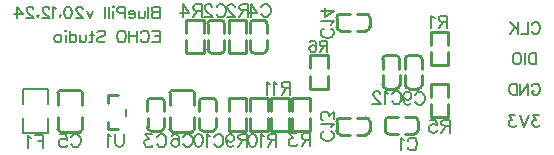
<source format=gbo>
G04 Layer: BottomSilkLayer*
G04 EasyEDA v6.4.7, 2020-12-25T10:38:26+08:00*
G04 e43d5a52300b4474860904ef7121ae38,6a067dcc3d704d6e9d47775c98f5c0bd,10*
G04 Gerber Generator version 0.2*
G04 Scale: 100 percent, Rotated: No, Reflected: No *
G04 Dimensions in inches *
G04 leading zeros omitted , absolute positions ,2 integer and 4 decimal *
%FSLAX24Y24*%
%MOIN*%
G90*
D02*

%ADD10C,0.010000*%
%ADD32C,0.008000*%
%ADD33C,0.007874*%
%ADD35C,0.006000*%
%ADD36C,0.007870*%

%LPD*%
G54D10*
G01X13011Y4370D02*
G01X13011Y3936D01*
G01X13602Y4370D02*
G01X13602Y3936D01*
G01X13013Y4606D02*
G01X13013Y5039D01*
G01X13604Y4606D02*
G01X13604Y5039D01*
G01X13602Y5039D02*
G01X13011Y5039D01*
G01X13602Y3937D02*
G01X13011Y3937D01*
G01X15433Y4374D02*
G01X15433Y4059D01*
G01X15870Y3937D02*
G01X15555Y3937D01*
G01X15992Y4374D02*
G01X15992Y4059D01*
G01X15431Y4601D02*
G01X15431Y4916D01*
G01X15990Y4601D02*
G01X15990Y4916D01*
G01X15868Y5038D02*
G01X15553Y5038D01*
G54D36*
G01X4265Y3416D02*
G01X4265Y3935D01*
G01X3450Y3935D01*
G01X3450Y3416D01*
G01X4265Y2970D02*
G01X4265Y2450D01*
G01X3450Y2450D01*
G01X3450Y2970D01*
G54D10*
G01X9881Y3184D02*
G01X9881Y3499D01*
G01X9444Y3621D02*
G01X9759Y3621D01*
G01X9322Y3184D02*
G01X9322Y3499D01*
G01X9883Y2957D02*
G01X9883Y2642D01*
G01X9324Y2957D02*
G01X9324Y2642D01*
G01X9446Y2520D02*
G01X9761Y2520D01*
G01X6600Y3724D02*
G01X6279Y3724D01*
G01X6279Y3464D01*
G01X6279Y2834D02*
G01X6279Y2574D01*
G01X6279Y2834D01*
G01X6279Y2574D01*
G01X6600Y2574D01*
G54D33*
G01X6889Y3267D02*
G01X6889Y3031D01*
G54D10*
G01X4692Y2499D02*
G01X5322Y2499D01*
G01X4692Y3877D02*
G01X5322Y3877D01*
G01X5417Y2992D02*
G01X5417Y2578D01*
G01X4598Y2992D02*
G01X4598Y2578D01*
G01X5417Y3385D02*
G01X5417Y3799D01*
G01X4598Y3385D02*
G01X4598Y3799D01*
G01X4685Y3877D02*
G01X4692Y3877D01*
G01X4677Y3877D02*
G01X4692Y3877D01*
G01X5338Y3877D02*
G01X5322Y3877D01*
G01X4677Y2499D02*
G01X4692Y2499D01*
G01X5338Y2499D02*
G01X5322Y2499D01*
G01X8425Y2499D02*
G01X9055Y2499D01*
G01X8425Y3877D02*
G01X9055Y3877D01*
G01X9149Y2992D02*
G01X9149Y2578D01*
G01X8330Y2992D02*
G01X8330Y2578D01*
G01X9149Y3385D02*
G01X9149Y3799D01*
G01X8330Y3385D02*
G01X8330Y3799D01*
G01X8417Y3877D02*
G01X8425Y3877D01*
G01X8409Y3877D02*
G01X8425Y3877D01*
G01X9070Y3877D02*
G01X9055Y3877D01*
G01X8409Y2499D02*
G01X8425Y2499D01*
G01X9070Y2499D02*
G01X9055Y2499D01*
G01X17618Y5393D02*
G01X17618Y5827D01*
G01X17027Y5393D02*
G01X17027Y5827D01*
G01X17616Y5157D02*
G01X17616Y4724D01*
G01X17025Y5157D02*
G01X17025Y4724D01*
G01X17027Y4724D02*
G01X17618Y4724D01*
G01X17027Y5826D02*
G01X17618Y5826D01*
G01X17027Y3425D02*
G01X17027Y2991D01*
G01X17618Y3425D02*
G01X17618Y2991D01*
G01X17029Y3661D02*
G01X17029Y4094D01*
G01X17620Y3661D02*
G01X17620Y4094D01*
G01X17618Y4094D02*
G01X17027Y4094D01*
G01X17618Y2992D02*
G01X17027Y2992D01*
G01X10885Y5787D02*
G01X10885Y6220D01*
G01X10295Y5787D02*
G01X10295Y6220D01*
G01X10883Y5550D02*
G01X10883Y5117D01*
G01X10293Y5550D02*
G01X10293Y5117D01*
G01X10295Y5117D02*
G01X10885Y5117D01*
G01X10295Y6220D02*
G01X10885Y6220D01*
G01X13011Y3188D02*
G01X13011Y3622D01*
G01X12421Y3188D02*
G01X12421Y3622D01*
G01X13009Y2952D02*
G01X13009Y2519D01*
G01X12419Y2952D02*
G01X12419Y2519D01*
G01X12421Y2519D02*
G01X13011Y2519D01*
G01X12421Y3622D02*
G01X13011Y3622D01*
G01X8877Y5551D02*
G01X8877Y5117D01*
G01X9468Y5551D02*
G01X9468Y5117D01*
G01X8879Y5787D02*
G01X8879Y6220D01*
G01X9470Y5787D02*
G01X9470Y6220D01*
G01X9468Y6220D02*
G01X8877Y6220D01*
G01X9468Y5118D02*
G01X8877Y5118D01*
G01X11594Y3188D02*
G01X11594Y3622D01*
G01X11003Y3188D02*
G01X11003Y3622D01*
G01X11592Y2952D02*
G01X11592Y2519D01*
G01X11001Y2952D02*
G01X11001Y2519D01*
G01X11003Y2519D02*
G01X11594Y2519D01*
G01X11003Y3622D02*
G01X11594Y3622D01*
G01X10885Y3188D02*
G01X10885Y3622D01*
G01X10295Y3188D02*
G01X10295Y3622D01*
G01X10883Y2952D02*
G01X10883Y2519D01*
G01X10293Y2952D02*
G01X10293Y2519D01*
G01X10295Y2519D02*
G01X10885Y2519D01*
G01X10295Y3622D02*
G01X10885Y3622D01*
G01X12303Y3188D02*
G01X12303Y3622D01*
G01X11712Y3188D02*
G01X11712Y3622D01*
G01X12301Y2952D02*
G01X12301Y2519D01*
G01X11710Y2952D02*
G01X11710Y2519D01*
G01X11712Y2519D02*
G01X12303Y2519D01*
G01X11712Y3622D02*
G01X12303Y3622D01*
G01X14562Y2402D02*
G01X14877Y2402D01*
G01X14999Y2839D02*
G01X14999Y2524D01*
G01X14562Y2961D02*
G01X14877Y2961D01*
G01X14335Y2400D02*
G01X14020Y2400D01*
G01X14335Y2958D02*
G01X14020Y2958D01*
G01X13898Y2836D02*
G01X13898Y2522D01*
G01X14562Y5866D02*
G01X14877Y5866D01*
G01X14999Y6303D02*
G01X14999Y5988D01*
G01X14562Y6425D02*
G01X14877Y6425D01*
G01X14335Y5864D02*
G01X14020Y5864D01*
G01X14335Y6423D02*
G01X14020Y6423D01*
G01X13898Y6301D02*
G01X13898Y5986D01*
G01X15947Y2980D02*
G01X15632Y2980D01*
G01X15510Y2543D02*
G01X15510Y2858D01*
G01X15947Y2421D02*
G01X15632Y2421D01*
G01X16174Y2982D02*
G01X16489Y2982D01*
G01X16174Y2424D02*
G01X16489Y2424D01*
G01X16611Y2545D02*
G01X16611Y2860D01*
G01X10156Y5782D02*
G01X10156Y6097D01*
G01X9719Y6219D02*
G01X10034Y6219D01*
G01X9597Y5782D02*
G01X9597Y6097D01*
G01X10158Y5556D02*
G01X10158Y5241D01*
G01X9600Y5556D02*
G01X9600Y5241D01*
G01X9722Y5119D02*
G01X10036Y5119D01*
G01X8148Y3184D02*
G01X8148Y3499D01*
G01X7711Y3621D02*
G01X8026Y3621D01*
G01X7589Y3184D02*
G01X7589Y3499D01*
G01X8151Y2957D02*
G01X8151Y2642D01*
G01X7592Y2957D02*
G01X7592Y2642D01*
G01X7714Y2520D02*
G01X8029Y2520D01*
G01X11573Y5782D02*
G01X11573Y6097D01*
G01X11137Y6219D02*
G01X11452Y6219D01*
G01X11015Y5782D02*
G01X11015Y6097D01*
G01X11576Y5556D02*
G01X11576Y5241D01*
G01X11017Y5556D02*
G01X11017Y5241D01*
G01X11139Y5119D02*
G01X11454Y5119D01*
G01X16181Y4374D02*
G01X16181Y4059D01*
G01X16618Y3937D02*
G01X16303Y3937D01*
G01X16740Y4374D02*
G01X16740Y4059D01*
G01X16179Y4601D02*
G01X16179Y4916D01*
G01X16738Y4601D02*
G01X16738Y4916D01*
G01X16616Y5038D02*
G01X16301Y5038D01*
G54D32*
G01X20396Y6060D02*
G01X20414Y6096D01*
G01X20451Y6133D01*
G01X20487Y6151D01*
G01X20560Y6151D01*
G01X20596Y6133D01*
G01X20633Y6096D01*
G01X20651Y6060D01*
G01X20669Y6005D01*
G01X20669Y5914D01*
G01X20651Y5860D01*
G01X20633Y5824D01*
G01X20596Y5787D01*
G01X20560Y5769D01*
G01X20487Y5769D01*
G01X20451Y5787D01*
G01X20414Y5824D01*
G01X20396Y5860D01*
G01X20276Y6151D02*
G01X20276Y5769D01*
G01X20276Y5769D02*
G01X20058Y5769D01*
G01X19938Y6151D02*
G01X19938Y5769D01*
G01X19683Y6151D02*
G01X19938Y5896D01*
G01X19847Y5987D02*
G01X19683Y5769D01*
G01X20551Y5128D02*
G01X20551Y4746D01*
G01X20551Y5128D02*
G01X20423Y5128D01*
G01X20369Y5109D01*
G01X20333Y5073D01*
G01X20314Y5037D01*
G01X20296Y4982D01*
G01X20296Y4891D01*
G01X20314Y4837D01*
G01X20333Y4800D01*
G01X20369Y4764D01*
G01X20423Y4746D01*
G01X20551Y4746D01*
G01X20176Y5128D02*
G01X20176Y4746D01*
G01X19947Y5128D02*
G01X19983Y5109D01*
G01X20020Y5073D01*
G01X20038Y5037D01*
G01X20056Y4982D01*
G01X20056Y4891D01*
G01X20038Y4837D01*
G01X20020Y4800D01*
G01X19983Y4764D01*
G01X19947Y4746D01*
G01X19874Y4746D01*
G01X19838Y4764D01*
G01X19802Y4800D01*
G01X19783Y4837D01*
G01X19765Y4891D01*
G01X19765Y4982D01*
G01X19783Y5037D01*
G01X19802Y5073D01*
G01X19838Y5109D01*
G01X19874Y5128D01*
G01X19947Y5128D01*
G01X20396Y4013D02*
G01X20414Y4049D01*
G01X20451Y4086D01*
G01X20487Y4104D01*
G01X20560Y4104D01*
G01X20596Y4086D01*
G01X20632Y4049D01*
G01X20651Y4013D01*
G01X20669Y3958D01*
G01X20669Y3868D01*
G01X20651Y3813D01*
G01X20632Y3777D01*
G01X20596Y3740D01*
G01X20560Y3722D01*
G01X20487Y3722D01*
G01X20451Y3740D01*
G01X20414Y3777D01*
G01X20396Y3813D01*
G01X20396Y3868D01*
G01X20487Y3868D02*
G01X20396Y3868D01*
G01X20276Y4104D02*
G01X20276Y3722D01*
G01X20276Y4104D02*
G01X20022Y3722D01*
G01X20022Y4104D02*
G01X20022Y3722D01*
G01X19902Y4104D02*
G01X19902Y3722D01*
G01X19902Y4104D02*
G01X19774Y4104D01*
G01X19720Y4086D01*
G01X19683Y4049D01*
G01X19665Y4013D01*
G01X19647Y3958D01*
G01X19647Y3868D01*
G01X19665Y3813D01*
G01X19683Y3777D01*
G01X19720Y3740D01*
G01X19774Y3722D01*
G01X19902Y3722D01*
G01X20632Y3041D02*
G01X20432Y3041D01*
G01X20542Y2895D01*
G01X20487Y2895D01*
G01X20451Y2877D01*
G01X20432Y2859D01*
G01X20414Y2805D01*
G01X20414Y2768D01*
G01X20432Y2714D01*
G01X20469Y2677D01*
G01X20523Y2659D01*
G01X20578Y2659D01*
G01X20632Y2677D01*
G01X20651Y2695D01*
G01X20669Y2732D01*
G01X20294Y3041D02*
G01X20149Y2659D01*
G01X20003Y3041D02*
G01X20149Y2659D01*
G01X19847Y3041D02*
G01X19647Y3041D01*
G01X19756Y2895D01*
G01X19702Y2895D01*
G01X19665Y2877D01*
G01X19647Y2859D01*
G01X19629Y2805D01*
G01X19629Y2768D01*
G01X19647Y2714D01*
G01X19683Y2677D01*
G01X19738Y2659D01*
G01X19792Y2659D01*
G01X19847Y2677D01*
G01X19865Y2695D01*
G01X19883Y2732D01*
G01X7992Y6663D02*
G01X7992Y6281D01*
G01X7992Y6663D02*
G01X7828Y6663D01*
G01X7773Y6645D01*
G01X7755Y6627D01*
G01X7737Y6590D01*
G01X7737Y6554D01*
G01X7755Y6518D01*
G01X7773Y6499D01*
G01X7828Y6481D01*
G01X7992Y6481D02*
G01X7828Y6481D01*
G01X7773Y6463D01*
G01X7755Y6445D01*
G01X7737Y6408D01*
G01X7737Y6354D01*
G01X7755Y6318D01*
G01X7773Y6299D01*
G01X7828Y6281D01*
G01X7992Y6281D01*
G01X7617Y6663D02*
G01X7617Y6281D01*
G01X7497Y6536D02*
G01X7497Y6354D01*
G01X7479Y6299D01*
G01X7443Y6281D01*
G01X7388Y6281D01*
G01X7352Y6299D01*
G01X7297Y6354D01*
G01X7297Y6536D02*
G01X7297Y6281D01*
G01X7177Y6427D02*
G01X6959Y6427D01*
G01X6959Y6463D01*
G01X6977Y6499D01*
G01X6995Y6518D01*
G01X7032Y6536D01*
G01X7086Y6536D01*
G01X7123Y6518D01*
G01X7159Y6481D01*
G01X7177Y6427D01*
G01X7177Y6390D01*
G01X7159Y6336D01*
G01X7123Y6299D01*
G01X7086Y6281D01*
G01X7032Y6281D01*
G01X6995Y6299D01*
G01X6959Y6336D01*
G01X6839Y6663D02*
G01X6839Y6281D01*
G01X6839Y6663D02*
G01X6675Y6663D01*
G01X6621Y6645D01*
G01X6603Y6627D01*
G01X6584Y6590D01*
G01X6584Y6536D01*
G01X6603Y6499D01*
G01X6621Y6481D01*
G01X6675Y6463D01*
G01X6839Y6463D01*
G01X6464Y6663D02*
G01X6446Y6645D01*
G01X6428Y6663D01*
G01X6446Y6681D01*
G01X6464Y6663D01*
G01X6446Y6536D02*
G01X6446Y6281D01*
G01X6308Y6663D02*
G01X6308Y6281D01*
G01X6188Y6663D02*
G01X6188Y6281D01*
G01X5788Y6536D02*
G01X5679Y6281D01*
G01X5570Y6536D02*
G01X5679Y6281D01*
G01X5432Y6572D02*
G01X5432Y6590D01*
G01X5413Y6627D01*
G01X5395Y6645D01*
G01X5359Y6663D01*
G01X5286Y6663D01*
G01X5250Y6645D01*
G01X5232Y6627D01*
G01X5213Y6590D01*
G01X5213Y6554D01*
G01X5232Y6518D01*
G01X5268Y6463D01*
G01X5450Y6281D01*
G01X5195Y6281D01*
G01X4966Y6663D02*
G01X5021Y6645D01*
G01X5057Y6590D01*
G01X5075Y6499D01*
G01X5075Y6445D01*
G01X5057Y6354D01*
G01X5021Y6299D01*
G01X4966Y6281D01*
G01X4930Y6281D01*
G01X4875Y6299D01*
G01X4839Y6354D01*
G01X4821Y6445D01*
G01X4821Y6499D01*
G01X4839Y6590D01*
G01X4875Y6645D01*
G01X4930Y6663D01*
G01X4966Y6663D01*
G01X4683Y6372D02*
G01X4701Y6354D01*
G01X4683Y6336D01*
G01X4664Y6354D01*
G01X4683Y6372D01*
G01X4544Y6590D02*
G01X4508Y6608D01*
G01X4453Y6663D01*
G01X4453Y6281D01*
G01X4315Y6572D02*
G01X4315Y6590D01*
G01X4297Y6627D01*
G01X4279Y6645D01*
G01X4243Y6663D01*
G01X4170Y6663D01*
G01X4133Y6645D01*
G01X4115Y6627D01*
G01X4097Y6590D01*
G01X4097Y6554D01*
G01X4115Y6518D01*
G01X4152Y6463D01*
G01X4333Y6281D01*
G01X4079Y6281D01*
G01X3941Y6372D02*
G01X3959Y6354D01*
G01X3941Y6336D01*
G01X3923Y6354D01*
G01X3941Y6372D01*
G01X3784Y6572D02*
G01X3784Y6590D01*
G01X3766Y6627D01*
G01X3748Y6645D01*
G01X3712Y6663D01*
G01X3639Y6663D01*
G01X3603Y6645D01*
G01X3584Y6627D01*
G01X3566Y6590D01*
G01X3566Y6554D01*
G01X3584Y6518D01*
G01X3621Y6463D01*
G01X3803Y6281D01*
G01X3548Y6281D01*
G01X3246Y6663D02*
G01X3428Y6408D01*
G01X3155Y6408D01*
G01X3246Y6663D02*
G01X3246Y6281D01*
G01X7992Y5863D02*
G01X7992Y5481D01*
G01X7992Y5863D02*
G01X7755Y5863D01*
G01X7992Y5681D02*
G01X7846Y5681D01*
G01X7992Y5481D02*
G01X7755Y5481D01*
G01X7363Y5772D02*
G01X7381Y5808D01*
G01X7417Y5845D01*
G01X7453Y5863D01*
G01X7526Y5863D01*
G01X7563Y5845D01*
G01X7599Y5808D01*
G01X7617Y5772D01*
G01X7635Y5718D01*
G01X7635Y5627D01*
G01X7617Y5572D01*
G01X7599Y5536D01*
G01X7563Y5499D01*
G01X7526Y5481D01*
G01X7453Y5481D01*
G01X7417Y5499D01*
G01X7381Y5536D01*
G01X7363Y5572D01*
G01X7243Y5863D02*
G01X7243Y5481D01*
G01X6988Y5863D02*
G01X6988Y5481D01*
G01X7243Y5681D02*
G01X6988Y5681D01*
G01X6759Y5863D02*
G01X6795Y5845D01*
G01X6832Y5808D01*
G01X6850Y5772D01*
G01X6868Y5718D01*
G01X6868Y5627D01*
G01X6850Y5572D01*
G01X6832Y5536D01*
G01X6795Y5499D01*
G01X6759Y5481D01*
G01X6686Y5481D01*
G01X6650Y5499D01*
G01X6613Y5536D01*
G01X6595Y5572D01*
G01X6577Y5627D01*
G01X6577Y5718D01*
G01X6595Y5772D01*
G01X6613Y5808D01*
G01X6650Y5845D01*
G01X6686Y5863D01*
G01X6759Y5863D01*
G01X5923Y5808D02*
G01X5959Y5845D01*
G01X6013Y5863D01*
G01X6086Y5863D01*
G01X6141Y5845D01*
G01X6177Y5808D01*
G01X6177Y5772D01*
G01X6159Y5736D01*
G01X6141Y5718D01*
G01X6104Y5699D01*
G01X5995Y5663D01*
G01X5959Y5645D01*
G01X5941Y5627D01*
G01X5923Y5590D01*
G01X5923Y5536D01*
G01X5959Y5499D01*
G01X6013Y5481D01*
G01X6086Y5481D01*
G01X6141Y5499D01*
G01X6177Y5536D01*
G01X5748Y5863D02*
G01X5748Y5554D01*
G01X5730Y5499D01*
G01X5693Y5481D01*
G01X5657Y5481D01*
G01X5803Y5736D02*
G01X5675Y5736D01*
G01X5537Y5736D02*
G01X5537Y5554D01*
G01X5519Y5499D01*
G01X5483Y5481D01*
G01X5428Y5481D01*
G01X5392Y5499D01*
G01X5337Y5554D01*
G01X5337Y5736D02*
G01X5337Y5481D01*
G01X4999Y5863D02*
G01X4999Y5481D01*
G01X4999Y5681D02*
G01X5035Y5718D01*
G01X5072Y5736D01*
G01X5126Y5736D01*
G01X5163Y5718D01*
G01X5199Y5681D01*
G01X5217Y5627D01*
G01X5217Y5590D01*
G01X5199Y5536D01*
G01X5163Y5499D01*
G01X5126Y5481D01*
G01X5072Y5481D01*
G01X5035Y5499D01*
G01X4999Y5536D01*
G01X4879Y5863D02*
G01X4861Y5845D01*
G01X4843Y5863D01*
G01X4861Y5881D01*
G01X4879Y5863D01*
G01X4861Y5736D02*
G01X4861Y5481D01*
G01X4632Y5736D02*
G01X4668Y5718D01*
G01X4704Y5681D01*
G01X4723Y5627D01*
G01X4723Y5590D01*
G01X4704Y5536D01*
G01X4668Y5499D01*
G01X4632Y5481D01*
G01X4577Y5481D01*
G01X4541Y5499D01*
G01X4504Y5536D01*
G01X4486Y5590D01*
G01X4486Y5627D01*
G01X4504Y5681D01*
G01X4541Y5718D01*
G01X4577Y5736D01*
G01X4632Y5736D01*
G01X13588Y5535D02*
G01X13588Y5153D01*
G01X13588Y5535D02*
G01X13424Y5535D01*
G01X13370Y5517D01*
G01X13351Y5499D01*
G01X13333Y5462D01*
G01X13333Y5426D01*
G01X13351Y5390D01*
G01X13370Y5371D01*
G01X13424Y5353D01*
G01X13588Y5353D01*
G01X13460Y5353D02*
G01X13333Y5153D01*
G01X12995Y5481D02*
G01X13013Y5517D01*
G01X13068Y5535D01*
G01X13104Y5535D01*
G01X13159Y5517D01*
G01X13195Y5462D01*
G01X13213Y5371D01*
G01X13213Y5281D01*
G01X13195Y5208D01*
G01X13159Y5171D01*
G01X13104Y5153D01*
G01X13086Y5153D01*
G01X13031Y5171D01*
G01X12995Y5208D01*
G01X12977Y5262D01*
G01X12977Y5281D01*
G01X12995Y5335D01*
G01X13031Y5371D01*
G01X13086Y5390D01*
G01X13104Y5390D01*
G01X13159Y5371D01*
G01X13195Y5335D01*
G01X13213Y5281D01*
G54D35*
G01X15747Y3740D02*
G01X15768Y3781D01*
G01X15808Y3822D01*
G01X15849Y3842D01*
G01X15931Y3842D01*
G01X15972Y3822D01*
G01X16013Y3781D01*
G01X16033Y3740D01*
G01X16054Y3678D01*
G01X16054Y3576D01*
G01X16033Y3515D01*
G01X16013Y3474D01*
G01X15972Y3433D01*
G01X15931Y3412D01*
G01X15849Y3412D01*
G01X15808Y3433D01*
G01X15768Y3474D01*
G01X15747Y3515D01*
G01X15612Y3760D02*
G01X15571Y3781D01*
G01X15510Y3842D01*
G01X15510Y3412D01*
G01X15354Y3740D02*
G01X15354Y3760D01*
G01X15334Y3801D01*
G01X15313Y3822D01*
G01X15273Y3842D01*
G01X15191Y3842D01*
G01X15150Y3822D01*
G01X15129Y3801D01*
G01X15109Y3760D01*
G01X15109Y3719D01*
G01X15129Y3678D01*
G01X15170Y3617D01*
G01X15375Y3412D01*
G01X15088Y3412D01*
G01X4096Y2385D02*
G01X4096Y1956D01*
G01X4096Y2385D02*
G01X3830Y2385D01*
G01X4096Y2181D02*
G01X3932Y2181D01*
G01X3695Y2303D02*
G01X3654Y2324D01*
G01X3593Y2385D01*
G01X3593Y1956D01*
G01X9811Y2320D02*
G01X9832Y2361D01*
G01X9873Y2402D01*
G01X9913Y2422D01*
G01X9995Y2422D01*
G01X10036Y2402D01*
G01X10077Y2361D01*
G01X10098Y2320D01*
G01X10118Y2258D01*
G01X10118Y2156D01*
G01X10098Y2095D01*
G01X10077Y2054D01*
G01X10036Y2013D01*
G01X9995Y1993D01*
G01X9913Y1993D01*
G01X9873Y2013D01*
G01X9832Y2054D01*
G01X9811Y2095D01*
G01X9676Y2340D02*
G01X9635Y2361D01*
G01X9574Y2422D01*
G01X9574Y1993D01*
G01X9316Y2422D02*
G01X9378Y2402D01*
G01X9418Y2340D01*
G01X9439Y2238D01*
G01X9439Y2177D01*
G01X9418Y2074D01*
G01X9378Y2013D01*
G01X9316Y1993D01*
G01X9275Y1993D01*
G01X9214Y2013D01*
G01X9173Y2074D01*
G01X9153Y2177D01*
G01X9153Y2238D01*
G01X9173Y2340D01*
G01X9214Y2402D01*
G01X9275Y2422D01*
G01X9316Y2422D01*
G01X6810Y2422D02*
G01X6810Y2115D01*
G01X6790Y2054D01*
G01X6749Y2013D01*
G01X6687Y1993D01*
G01X6646Y1993D01*
G01X6585Y2013D01*
G01X6544Y2054D01*
G01X6524Y2115D01*
G01X6524Y2422D01*
G01X6389Y2340D02*
G01X6348Y2361D01*
G01X6286Y2422D01*
G01X6286Y1993D01*
G01X5052Y2311D02*
G01X5073Y2352D01*
G01X5114Y2393D01*
G01X5154Y2413D01*
G01X5236Y2413D01*
G01X5277Y2393D01*
G01X5318Y2352D01*
G01X5339Y2311D01*
G01X5359Y2249D01*
G01X5359Y2147D01*
G01X5339Y2086D01*
G01X5318Y2045D01*
G01X5277Y2004D01*
G01X5236Y1984D01*
G01X5154Y1984D01*
G01X5114Y2004D01*
G01X5073Y2045D01*
G01X5052Y2086D01*
G01X4672Y2413D02*
G01X4876Y2413D01*
G01X4897Y2229D01*
G01X4876Y2249D01*
G01X4815Y2270D01*
G01X4754Y2270D01*
G01X4692Y2249D01*
G01X4651Y2209D01*
G01X4631Y2147D01*
G01X4631Y2106D01*
G01X4651Y2045D01*
G01X4692Y2004D01*
G01X4754Y1984D01*
G01X4815Y1984D01*
G01X4876Y2004D01*
G01X4897Y2024D01*
G01X4917Y2065D01*
G01X8787Y2320D02*
G01X8808Y2361D01*
G01X8849Y2402D01*
G01X8889Y2422D01*
G01X8971Y2422D01*
G01X9012Y2402D01*
G01X9053Y2361D01*
G01X9074Y2320D01*
G01X9094Y2258D01*
G01X9094Y2156D01*
G01X9074Y2095D01*
G01X9053Y2054D01*
G01X9012Y2013D01*
G01X8971Y1993D01*
G01X8889Y1993D01*
G01X8849Y2013D01*
G01X8808Y2054D01*
G01X8787Y2095D01*
G01X8407Y2361D02*
G01X8427Y2402D01*
G01X8489Y2422D01*
G01X8529Y2422D01*
G01X8591Y2402D01*
G01X8632Y2340D01*
G01X8652Y2238D01*
G01X8652Y2136D01*
G01X8632Y2054D01*
G01X8591Y2013D01*
G01X8529Y1993D01*
G01X8509Y1993D01*
G01X8448Y2013D01*
G01X8407Y2054D01*
G01X8386Y2115D01*
G01X8386Y2136D01*
G01X8407Y2197D01*
G01X8448Y2238D01*
G01X8509Y2258D01*
G01X8529Y2258D01*
G01X8591Y2238D01*
G01X8632Y2197D01*
G01X8652Y2136D01*
G01X17581Y6369D02*
G01X17581Y5940D01*
G01X17581Y6369D02*
G01X17397Y6369D01*
G01X17336Y6349D01*
G01X17315Y6328D01*
G01X17295Y6287D01*
G01X17295Y6246D01*
G01X17315Y6205D01*
G01X17336Y6185D01*
G01X17397Y6165D01*
G01X17581Y6165D01*
G01X17438Y6165D02*
G01X17295Y5940D01*
G01X17160Y6287D02*
G01X17119Y6308D01*
G01X17057Y6369D01*
G01X17057Y5940D01*
G01X17677Y2894D02*
G01X17677Y2465D01*
G01X17677Y2894D02*
G01X17493Y2894D01*
G01X17432Y2874D01*
G01X17411Y2853D01*
G01X17391Y2812D01*
G01X17391Y2771D01*
G01X17411Y2730D01*
G01X17432Y2710D01*
G01X17493Y2690D01*
G01X17677Y2690D01*
G01X17534Y2690D02*
G01X17391Y2465D01*
G01X17010Y2894D02*
G01X17215Y2894D01*
G01X17235Y2710D01*
G01X17215Y2730D01*
G01X17153Y2751D01*
G01X17092Y2751D01*
G01X17031Y2730D01*
G01X16990Y2690D01*
G01X16969Y2628D01*
G01X16969Y2587D01*
G01X16990Y2526D01*
G01X17031Y2485D01*
G01X17092Y2465D01*
G01X17153Y2465D01*
G01X17215Y2485D01*
G01X17235Y2505D01*
G01X17256Y2546D01*
G01X10941Y6750D02*
G01X10941Y6321D01*
G01X10941Y6750D02*
G01X10757Y6750D01*
G01X10696Y6730D01*
G01X10675Y6709D01*
G01X10655Y6668D01*
G01X10655Y6627D01*
G01X10675Y6586D01*
G01X10696Y6566D01*
G01X10757Y6546D01*
G01X10941Y6546D01*
G01X10798Y6546D02*
G01X10655Y6321D01*
G01X10499Y6648D02*
G01X10499Y6668D01*
G01X10479Y6709D01*
G01X10458Y6730D01*
G01X10417Y6750D01*
G01X10336Y6750D01*
G01X10295Y6730D01*
G01X10274Y6709D01*
G01X10254Y6668D01*
G01X10254Y6627D01*
G01X10274Y6586D01*
G01X10315Y6525D01*
G01X10520Y6321D01*
G01X10233Y6321D01*
G01X13011Y2438D02*
G01X13011Y2009D01*
G01X13011Y2438D02*
G01X12827Y2438D01*
G01X12766Y2418D01*
G01X12745Y2397D01*
G01X12725Y2356D01*
G01X12725Y2315D01*
G01X12745Y2274D01*
G01X12766Y2254D01*
G01X12827Y2234D01*
G01X13011Y2234D01*
G01X12868Y2234D02*
G01X12725Y2009D01*
G01X12549Y2438D02*
G01X12324Y2438D01*
G01X12446Y2274D01*
G01X12385Y2274D01*
G01X12344Y2254D01*
G01X12324Y2234D01*
G01X12303Y2172D01*
G01X12303Y2131D01*
G01X12324Y2070D01*
G01X12365Y2029D01*
G01X12426Y2009D01*
G01X12487Y2009D01*
G01X12549Y2029D01*
G01X12569Y2049D01*
G01X12590Y2090D01*
G01X9399Y6740D02*
G01X9399Y6311D01*
G01X9399Y6740D02*
G01X9215Y6740D01*
G01X9154Y6720D01*
G01X9133Y6699D01*
G01X9113Y6658D01*
G01X9113Y6617D01*
G01X9133Y6576D01*
G01X9154Y6556D01*
G01X9215Y6536D01*
G01X9399Y6536D01*
G01X9256Y6536D02*
G01X9113Y6311D01*
G01X8773Y6740D02*
G01X8978Y6454D01*
G01X8671Y6454D01*
G01X8773Y6740D02*
G01X8773Y6311D01*
G01X11889Y2422D02*
G01X11889Y1993D01*
G01X11889Y2422D02*
G01X11705Y2422D01*
G01X11644Y2402D01*
G01X11623Y2381D01*
G01X11603Y2340D01*
G01X11603Y2299D01*
G01X11623Y2258D01*
G01X11644Y2238D01*
G01X11705Y2218D01*
G01X11889Y2218D01*
G01X11746Y2218D02*
G01X11603Y1993D01*
G01X11468Y2340D02*
G01X11427Y2361D01*
G01X11365Y2422D01*
G01X11365Y1993D01*
G01X11108Y2422D02*
G01X11169Y2402D01*
G01X11210Y2340D01*
G01X11230Y2238D01*
G01X11230Y2177D01*
G01X11210Y2074D01*
G01X11169Y2013D01*
G01X11108Y1993D01*
G01X11067Y1993D01*
G01X11005Y2013D01*
G01X10964Y2074D01*
G01X10944Y2177D01*
G01X10944Y2238D01*
G01X10964Y2340D01*
G01X11005Y2402D01*
G01X11067Y2422D01*
G01X11108Y2422D01*
G01X10905Y2422D02*
G01X10905Y1993D01*
G01X10905Y2422D02*
G01X10721Y2422D01*
G01X10660Y2402D01*
G01X10639Y2381D01*
G01X10619Y2340D01*
G01X10619Y2299D01*
G01X10639Y2258D01*
G01X10660Y2238D01*
G01X10721Y2218D01*
G01X10905Y2218D01*
G01X10762Y2218D02*
G01X10619Y1993D01*
G01X10218Y2279D02*
G01X10238Y2218D01*
G01X10279Y2177D01*
G01X10340Y2156D01*
G01X10361Y2156D01*
G01X10422Y2177D01*
G01X10463Y2218D01*
G01X10484Y2279D01*
G01X10484Y2299D01*
G01X10463Y2361D01*
G01X10422Y2402D01*
G01X10361Y2422D01*
G01X10340Y2422D01*
G01X10279Y2402D01*
G01X10238Y2361D01*
G01X10218Y2279D01*
G01X10218Y2177D01*
G01X10238Y2074D01*
G01X10279Y2013D01*
G01X10340Y1993D01*
G01X10381Y1993D01*
G01X10443Y2013D01*
G01X10463Y2054D01*
G01X12345Y4164D02*
G01X12345Y3735D01*
G01X12345Y4164D02*
G01X12161Y4164D01*
G01X12100Y4144D01*
G01X12079Y4123D01*
G01X12059Y4082D01*
G01X12059Y4041D01*
G01X12079Y4000D01*
G01X12100Y3980D01*
G01X12161Y3960D01*
G01X12345Y3960D01*
G01X12202Y3960D02*
G01X12059Y3735D01*
G01X11924Y4082D02*
G01X11883Y4103D01*
G01X11821Y4164D01*
G01X11821Y3735D01*
G01X11686Y4082D02*
G01X11645Y4103D01*
G01X11584Y4164D01*
G01X11584Y3735D01*
G01X13698Y2511D02*
G01X13739Y2490D01*
G01X13780Y2449D01*
G01X13800Y2409D01*
G01X13800Y2327D01*
G01X13780Y2286D01*
G01X13739Y2245D01*
G01X13698Y2224D01*
G01X13636Y2204D01*
G01X13534Y2204D01*
G01X13473Y2224D01*
G01X13432Y2245D01*
G01X13391Y2286D01*
G01X13371Y2327D01*
G01X13371Y2409D01*
G01X13391Y2449D01*
G01X13432Y2490D01*
G01X13473Y2511D01*
G01X13718Y2646D02*
G01X13739Y2687D01*
G01X13800Y2748D01*
G01X13371Y2748D01*
G01X13800Y2924D02*
G01X13800Y3149D01*
G01X13636Y3026D01*
G01X13636Y3088D01*
G01X13616Y3129D01*
G01X13596Y3149D01*
G01X13534Y3169D01*
G01X13493Y3169D01*
G01X13432Y3149D01*
G01X13391Y3108D01*
G01X13371Y3047D01*
G01X13371Y2985D01*
G01X13391Y2924D01*
G01X13411Y2904D01*
G01X13452Y2883D01*
G01X13698Y5936D02*
G01X13739Y5915D01*
G01X13780Y5874D01*
G01X13800Y5834D01*
G01X13800Y5752D01*
G01X13780Y5711D01*
G01X13739Y5670D01*
G01X13698Y5649D01*
G01X13636Y5629D01*
G01X13534Y5629D01*
G01X13473Y5649D01*
G01X13432Y5670D01*
G01X13391Y5711D01*
G01X13371Y5752D01*
G01X13371Y5834D01*
G01X13391Y5874D01*
G01X13432Y5915D01*
G01X13473Y5936D01*
G01X13718Y6071D02*
G01X13739Y6112D01*
G01X13800Y6173D01*
G01X13371Y6173D01*
G01X13800Y6513D02*
G01X13514Y6308D01*
G01X13514Y6615D01*
G01X13800Y6513D02*
G01X13371Y6513D01*
G01X16267Y2202D02*
G01X16288Y2243D01*
G01X16329Y2284D01*
G01X16369Y2304D01*
G01X16451Y2304D01*
G01X16492Y2284D01*
G01X16533Y2243D01*
G01X16554Y2202D01*
G01X16574Y2140D01*
G01X16574Y2038D01*
G01X16554Y1977D01*
G01X16533Y1936D01*
G01X16492Y1895D01*
G01X16451Y1875D01*
G01X16369Y1875D01*
G01X16329Y1895D01*
G01X16288Y1936D01*
G01X16267Y1977D01*
G01X16132Y2222D02*
G01X16091Y2243D01*
G01X16030Y2304D01*
G01X16030Y1875D01*
G01X9896Y6638D02*
G01X9917Y6679D01*
G01X9958Y6720D01*
G01X9998Y6740D01*
G01X10080Y6740D01*
G01X10121Y6720D01*
G01X10162Y6679D01*
G01X10183Y6638D01*
G01X10203Y6576D01*
G01X10203Y6474D01*
G01X10183Y6413D01*
G01X10162Y6372D01*
G01X10121Y6331D01*
G01X10080Y6311D01*
G01X9998Y6311D01*
G01X9958Y6331D01*
G01X9917Y6372D01*
G01X9896Y6413D01*
G01X9741Y6638D02*
G01X9741Y6658D01*
G01X9720Y6699D01*
G01X9700Y6720D01*
G01X9659Y6740D01*
G01X9577Y6740D01*
G01X9536Y6720D01*
G01X9516Y6699D01*
G01X9495Y6658D01*
G01X9495Y6617D01*
G01X9516Y6576D01*
G01X9557Y6515D01*
G01X9761Y6311D01*
G01X9475Y6311D01*
G01X7910Y2311D02*
G01X7931Y2352D01*
G01X7972Y2393D01*
G01X8012Y2413D01*
G01X8094Y2413D01*
G01X8135Y2393D01*
G01X8176Y2352D01*
G01X8197Y2311D01*
G01X8217Y2249D01*
G01X8217Y2147D01*
G01X8197Y2086D01*
G01X8176Y2045D01*
G01X8135Y2004D01*
G01X8094Y1984D01*
G01X8012Y1984D01*
G01X7972Y2004D01*
G01X7931Y2045D01*
G01X7910Y2086D01*
G01X7734Y2413D02*
G01X7509Y2413D01*
G01X7632Y2249D01*
G01X7571Y2249D01*
G01X7530Y2229D01*
G01X7509Y2209D01*
G01X7489Y2147D01*
G01X7489Y2106D01*
G01X7509Y2045D01*
G01X7550Y2004D01*
G01X7612Y1984D01*
G01X7673Y1984D01*
G01X7734Y2004D01*
G01X7755Y2024D01*
G01X7775Y2065D01*
G01X11385Y6651D02*
G01X11406Y6692D01*
G01X11447Y6733D01*
G01X11487Y6753D01*
G01X11569Y6753D01*
G01X11610Y6733D01*
G01X11651Y6692D01*
G01X11672Y6651D01*
G01X11692Y6589D01*
G01X11692Y6487D01*
G01X11672Y6426D01*
G01X11651Y6385D01*
G01X11610Y6344D01*
G01X11569Y6324D01*
G01X11487Y6324D01*
G01X11447Y6344D01*
G01X11406Y6385D01*
G01X11385Y6426D01*
G01X11046Y6753D02*
G01X11250Y6467D01*
G01X10943Y6467D01*
G01X11046Y6753D02*
G01X11046Y6324D01*
G01X16523Y3729D02*
G01X16544Y3770D01*
G01X16585Y3811D01*
G01X16625Y3831D01*
G01X16707Y3831D01*
G01X16748Y3811D01*
G01X16789Y3770D01*
G01X16810Y3729D01*
G01X16830Y3667D01*
G01X16830Y3565D01*
G01X16810Y3504D01*
G01X16789Y3463D01*
G01X16748Y3422D01*
G01X16707Y3402D01*
G01X16625Y3402D01*
G01X16585Y3422D01*
G01X16544Y3463D01*
G01X16523Y3504D01*
G01X16122Y3688D02*
G01X16143Y3627D01*
G01X16184Y3586D01*
G01X16245Y3565D01*
G01X16265Y3565D01*
G01X16327Y3586D01*
G01X16368Y3627D01*
G01X16388Y3688D01*
G01X16388Y3708D01*
G01X16368Y3770D01*
G01X16327Y3811D01*
G01X16265Y3831D01*
G01X16245Y3831D01*
G01X16184Y3811D01*
G01X16143Y3770D01*
G01X16122Y3688D01*
G01X16122Y3586D01*
G01X16143Y3483D01*
G01X16184Y3422D01*
G01X16245Y3402D01*
G01X16286Y3402D01*
G01X16347Y3422D01*
G01X16368Y3463D01*
G54D10*
G75*
G01X15871Y3938D02*
G03X15993Y4060I0J122D01*
G01*
G75*
G01X15434Y4060D02*
G03X15556Y3938I122J0D01*
G01*
G75*
G01X15990Y4916D02*
G03X15869Y5038I-121J0D01*
G01*
G75*
G01X15554Y5038D02*
G03X15432Y4916I0J-122D01*
G01*
G75*
G01X9444Y3621D02*
G03X9322Y3499I0J-122D01*
G01*
G75*
G01X9881Y3499D02*
G03X9759Y3621I-122J0D01*
G01*
G75*
G01X9324Y2643D02*
G03X9446Y2521I122J0D01*
G01*
G75*
G01X9761Y2521D02*
G03X9883Y2643I0J122D01*
G01*
G75*
G01X5417Y2579D02*
G02X5339Y2500I-78J0D01*
G01*
G75*
G01X4598Y3799D02*
G02X4677Y3878I79J0D01*
G01*
G75*
G01X5417Y3799D02*
G03X5339Y3878I-78J0D01*
G01*
G75*
G01X4598Y2579D02*
G03X4677Y2500I79J0D01*
G01*
G75*
G01X9150Y2579D02*
G02X9071Y2500I-79J0D01*
G01*
G75*
G01X8331Y3799D02*
G02X8409Y3878I78J0D01*
G01*
G75*
G01X9150Y3799D02*
G03X9071Y3878I-79J0D01*
G01*
G75*
G01X8331Y2579D02*
G03X8409Y2500I78J0D01*
G01*
G75*
G01X14999Y2839D02*
G03X14877Y2961I-122J0D01*
G01*
G75*
G01X14877Y2402D02*
G03X14999Y2524I0J122D01*
G01*
G75*
G01X14021Y2959D02*
G03X13899Y2837I0J-122D01*
G01*
G75*
G01X13899Y2522D02*
G03X14021Y2400I122J0D01*
G01*
G75*
G01X14999Y6304D02*
G03X14877Y6426I-122J0D01*
G01*
G75*
G01X14877Y5867D02*
G03X14999Y5989I0J122D01*
G01*
G75*
G01X14021Y6424D02*
G03X13899Y6302I0J-122D01*
G01*
G75*
G01X13899Y5987D02*
G03X14021Y5865I122J0D01*
G01*
G75*
G01X15511Y2544D02*
G03X15633Y2422I122J0D01*
G01*
G75*
G01X15633Y2981D02*
G03X15511Y2859I0J-122D01*
G01*
G75*
G01X16489Y2424D02*
G03X16611Y2546I0J122D01*
G01*
G75*
G01X16611Y2861D02*
G03X16489Y2983I-122J0D01*
G01*
G75*
G01X9720Y6220D02*
G03X9598Y6098I0J-122D01*
G01*
G75*
G01X10157Y6098D02*
G03X10035Y6220I-122J0D01*
G01*
G75*
G01X9600Y5241D02*
G03X9722Y5119I122J0D01*
G01*
G75*
G01X10037Y5119D02*
G03X10159Y5241I0J122D01*
G01*
G75*
G01X7712Y3621D02*
G03X7590Y3499I0J-122D01*
G01*
G75*
G01X8149Y3499D02*
G03X8027Y3621I-122J0D01*
G01*
G75*
G01X7592Y2643D02*
G03X7714Y2521I122J0D01*
G01*
G75*
G01X8029Y2521D02*
G03X8151Y2643I0J122D01*
G01*
G75*
G01X11137Y6220D02*
G03X11015Y6098I0J-122D01*
G01*
G75*
G01X11574Y6098D02*
G03X11452Y6220I-122J0D01*
G01*
G75*
G01X11017Y5241D02*
G03X11139Y5119I122J0D01*
G01*
G75*
G01X11454Y5119D02*
G03X11576Y5241I0J122D01*
G01*
G75*
G01X16619Y3938D02*
G03X16741Y4060I0J122D01*
G01*
G75*
G01X16182Y4060D02*
G03X16304Y3938I122J0D01*
G01*
G75*
G01X16739Y4916D02*
G03X16617Y5038I-122J0D01*
G01*
G75*
G01X16302Y5038D02*
G03X16180Y4916I0J-122D01*
G01*
M00*
M02*

</source>
